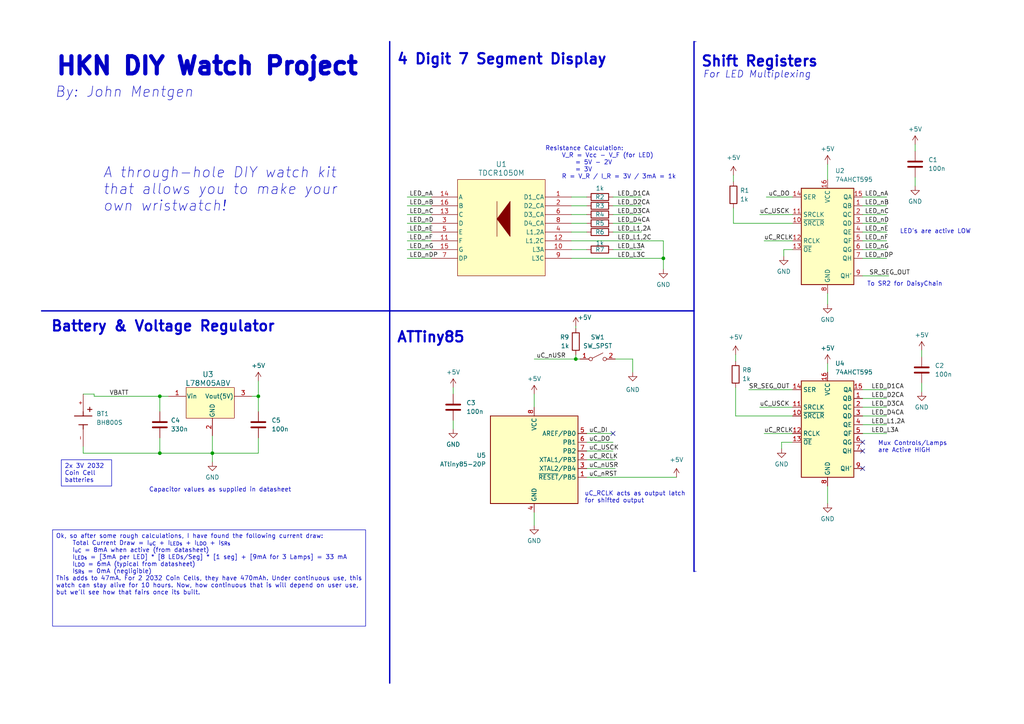
<source format=kicad_sch>
(kicad_sch (version 20230121) (generator eeschema)
  (paper "A4")
  (title_block (title "HKN DIY Watch Project") (date "2026-02-11") (rev "1.0") (company "HKN Beta Psi") (comment 1 "Engineer: John Mentgen"))
  (lib_symbols
    (symbol "74xx:74AHCT595"
      (property "Reference" "U" (at -7.62 13.97 0))
      (property "Value" "74AHCT595" (at -7.62 -16.51 0))
      (symbol "74AHCT595_1_0"
        (pin tri_state line (at 10.16 7.62 180) (length 2.54) (name "QB") (number "1"))
        (pin input line (at -10.16 2.54 0) (length 2.54) (name "~{SRCLR}") (number "10"))
        (pin input line (at -10.16 5.08 0) (length 2.54) (name "SRCLK") (number "11"))
        (pin input line (at -10.16 -2.54 0) (length 2.54) (name "RCLK") (number "12"))
        (pin input line (at -10.16 -5.08 0) (length 2.54) (name "~{OE}") (number "13"))
        (pin input line (at -10.16 10.16 0) (length 2.54) (name "SER") (number "14"))
        (pin tri_state line (at 10.16 10.16 180) (length 2.54) (name "QA") (number "15"))
        (pin power_in line (at 0 15.24 270) (length 2.54) (name "VCC") (number "16"))
        (pin tri_state line (at 10.16 5.08 180) (length 2.54) (name "QC") (number "2"))
        (pin tri_state line (at 10.16 2.54 180) (length 2.54) (name "QD") (number "3"))
        (pin tri_state line (at 10.16 0 180) (length 2.54) (name "QE") (number "4"))
        (pin tri_state line (at 10.16 -2.54 180) (length 2.54) (name "QF") (number "5"))
        (pin tri_state line (at 10.16 -5.08 180) (length 2.54) (name "QG") (number "6"))
        (pin tri_state line (at 10.16 -7.62 180) (length 2.54) (name "QH") (number "7"))
        (pin power_in line (at 0 -17.78 90) (length 2.54) (name "GND") (number "8"))
        (pin output line (at 10.16 -12.7 180) (length 2.54) (name "QH'") (number "9"))
      )
      (symbol "74AHCT595_1_1"
        (rectangle (start -7.62 12.7) (end 7.62 -15.24) (stroke (width 0.254)) (fill (type background)))
      )
    )
    (symbol "Device:BH800S" (pin_names (offset 1.016))
      (property "Reference" "BT" (at -3.81 3.81 0))
      (property "Value" "BH800S" (at -3.81 -5.08 0))
      (symbol "BH800S_0_0"
        (polyline (pts (xy -3.81 1.905) (xy -2.54 1.905)) (stroke (width 0.254)))
        (polyline (pts (xy -3.175 2.54) (xy -3.175 1.27)) (stroke (width 0.254)))
        (polyline (pts (xy -1.27 0) (xy -2.54 0)) (stroke (width 0.254)))
        (polyline (pts (xy -1.27 2.54) (xy -1.27 -2.54)) (stroke (width 0.254)))
        (polyline (pts (xy 1.27 0) (xy 2.54 0)) (stroke (width 0.254)))
        (polyline (pts (xy 1.27 1.27) (xy 1.27 -1.27)) (stroke (width 0.254)))
        (pin passive line (at -7.62 0 0) (length 5.08) (name "~") (number "+"))
        (pin passive line (at 7.62 0 180) (length 5.08) (name "~") (number "-"))
      )
    )
    (symbol "Device:C" (pin_numbers hide) (pin_names (offset 0.254))
      (property "Reference" "C" (at 0.635 2.54 0))
      (property "Value" "C" (at 0.635 -2.54 0))
      (symbol "C_0_1"
        (polyline (pts (xy -2.032 -0.762) (xy 2.032 -0.762)) (stroke (width 0.508)))
        (polyline (pts (xy -2.032 0.762) (xy 2.032 0.762)) (stroke (width 0.508)))
      )
      (symbol "C_1_1"
        (pin passive line (at 0 3.81 270) (length 2.794) (name "~") (number "1"))
        (pin passive line (at 0 -3.81 90) (length 2.794) (name "~") (number "2"))
      )
    )
    (symbol "Device:R" (pin_numbers hide) (pin_names (offset 0))
      (property "Reference" "R" (at 2.032 0 90))
      (property "Value" "R" (at 0 0 90))
      (symbol "R_0_1"
        (rectangle (start -1.016 -2.54) (end 1.016 2.54) (stroke (width 0.254)))
      )
      (symbol "R_1_1"
        (pin passive line (at 0 3.81 270) (length 1.27) (name "~") (number "1"))
        (pin passive line (at 0 -3.81 90) (length 1.27) (name "~") (number "2"))
      )
    )
    (symbol "Display_Character:TDCR1050M" (pin_names (offset 0.254))
      (property "Reference" "U?" (at 20.32 9.525 0))
      (property "Value" "TDCR1050M" (at 20.32 6.985 0))
      (symbol "TDCR1050M_0_1"
        (polyline (pts (xy 19.05 -11.43) (xy 19.05 -1.27)))
      )
      (symbol "TDCR1050M_1_1"
        (polyline (pts (xy 22.86 -1.27) (xy 22.86 -11.43) (xy 19.05 -6.35) (xy 22.86 -1.27)) (fill (type outline)))
        (rectangle (start 7.62 5.08) (end 33.02 -22.86) (fill (type background)))
        (pin passive line (at 40.64 0 180) (length 7.62) (name "D1_CA") (number "1"))
        (pin passive line (at 40.64 -15.24 180) (length 7.62) (name "L3A") (number "10"))
        (pin passive line (at 0 -12.7 0) (length 7.62) (name "F") (number "11"))
        (pin passive line (at 40.64 -12.7 180) (length 7.62) (name "L1,2C") (number "12"))
        (pin passive line (at 0 -5.08 0) (length 7.62) (name "C") (number "13"))
        (pin passive line (at 0 0 0) (length 7.62) (name "A") (number "14"))
        (pin passive line (at 0 -15.24 0) (length 7.62) (name "G") (number "15"))
        (pin passive line (at 0 -2.54 0) (length 7.62) (name "B") (number "16"))
        (pin passive line (at 40.64 -2.54 180) (length 7.62) (name "D2_CA") (number "2"))
        (pin passive line (at 0 -7.62 0) (length 7.62) (name "D") (number "3"))
        (pin passive line (at 40.64 -10.16 180) (length 7.62) (name "L1,2A") (number "4"))
        (pin passive line (at 0 -10.16 0) (length 7.62) (name "E") (number "5"))
        (pin passive line (at 40.64 -5.08 180) (length 7.62) (name "D3_CA") (number "6"))
        (pin passive line (at 0 -17.78 0) (length 7.62) (name "DP") (number "7"))
        (pin passive line (at 40.64 -7.62 180) (length 7.62) (name "D4_CA") (number "8"))
        (pin passive line (at 40.64 -17.78 180) (length 7.62) (name "L3C") (number "9"))
      )
    )
    (symbol "MCU_Microchip_ATtiny:ATtiny85-20P"
      (property "Reference" "U" (at -12.7 13.97 0))
      (property "Value" "ATtiny85-20P" (at 2.54 -13.97 0))
      (symbol "ATtiny85-20P_0_1"
        (rectangle (start -12.7 -12.7) (end 12.7 12.7) (stroke (width 0.254)) (fill (type background)))
      )
      (symbol "ATtiny85-20P_1_1"
        (pin bidirectional line (at 15.24 -5.08 180) (length 2.54) (name "~{RESET}/PB5") (number "1"))
        (pin bidirectional line (at 15.24 0 180) (length 2.54) (name "XTAL1/PB3") (number "2"))
        (pin bidirectional line (at 15.24 -2.54 180) (length 2.54) (name "XTAL2/PB4") (number "3"))
        (pin power_in line (at 0 -15.24 90) (length 2.54) (name "GND") (number "4"))
        (pin bidirectional line (at 15.24 7.62 180) (length 2.54) (name "AREF/PB0") (number "5"))
        (pin bidirectional line (at 15.24 5.08 180) (length 2.54) (name "PB1") (number "6"))
        (pin bidirectional line (at 15.24 2.54 180) (length 2.54) (name "PB2") (number "7"))
        (pin power_in line (at 0 15.24 270) (length 2.54) (name "VCC") (number "8"))
      )
    )
    (symbol "Regulator_Linear:L78M05ABV" (pin_names (offset 0.254))
      (property "Reference" "U" (at -1.27 6.35 0))
      (property "Value" "L78M05ABV" (at -1.27 3.81 0))
      (symbol "L78M05ABV_1_1"
        (rectangle (start -7.62 2.54) (end 6.35 -6.35) (fill (type background)))
        (pin input line (at -12.7 0 0) (length 5) (name "Vin") (number "1"))
        (pin power_out line (at 0 -11.43 90) (length 5) (name "GND") (number "2"))
        (pin power_out line (at 11.43 0 180) (length 5) (name "Vout(5V)") (number "3"))
      )
    )
    (symbol "Switch:SW_SPST" (pin_names (offset 0) hide)
      (property "Reference" "SW" (at 0 3.175 0))
      (property "Value" "SW_SPST" (at 0 -2.54 0))
      (symbol "SW_SPST_0_0"
        (circle (center -2.032 0) (radius 0.508))
        (polyline (pts (xy -1.524 0.254) (xy 1.524 1.778)))
        (circle (center 2.032 0) (radius 0.508))
      )
      (symbol "SW_SPST_1_1"
        (pin passive line (at -5.08 0 0) (length 2.54) (name "A") (number "1"))
        (pin passive line (at 5.08 0 180) (length 2.54) (name "B") (number "2"))
      )
    )
    (symbol "power:+5V" (power) (pin_names (offset 0))
      (property "Value" "+5V" (at 0 3.556 0))
      (symbol "+5V_0_1"
        (polyline (pts (xy -0.762 1.27) (xy 0 2.54)))
        (polyline (pts (xy 0 0) (xy 0 2.54)))
        (polyline (pts (xy 0 2.54) (xy 0.762 1.27)))
      )
      (symbol "+5V_1_1"
        (pin power_in line (at 0 0 90) (length 0) hide (name "+5V") (number "1"))
      )
    )
    (symbol "power:GND" (power) (pin_names (offset 0))
      (property "Value" "GND" (at 0 -3.81 0))
      (symbol "GND_0_1"
        (polyline (pts (xy 0 0) (xy 0 -1.27) (xy 1.27 -1.27) (xy 0 -2.54) (xy -1.27 -1.27) (xy 0 -1.27)))
      )
      (symbol "GND_1_1"
        (pin power_in line (at 0 0 270) (length 0) hide (name "GND") (number "1"))
      )
    )
  )
  (junction (at 61.595 131.445))
  (junction (at 74.93 114.935))
  (junction (at 46.355 114.935))
  (junction (at 46.355 131.445))
  (junction (at 192.405 74.93))
  (junction (at 167.005 104.14))
  (no_connect (at 177.8 125.73))
  (no_connect (at 250.19 135.89))
  (no_connect (at 250.19 130.81))
  (no_connect (at 250.19 128.27))
  (wire (pts (xy 74.93 114.935) (xy 74.93 119.38)))
  (wire (pts (xy 250.19 57.15) (xy 257.175 57.15)))
  (polyline (pts (xy 201.295 165.735) (xy 201.93 165.735)))
  (wire (pts (xy 177.8 72.39) (xy 186.055 72.39)))
  (wire (pts (xy 265.43 53.975) (xy 265.43 51.435)))
  (polyline (pts (xy 201.295 90.17) (xy 201.295 12.065)) (stroke (width 0.4) (type solid)))
  (wire (pts (xy 240.03 85.09) (xy 240.03 88.265)))
  (wire (pts (xy 250.19 62.23) (xy 257.175 62.23)))
  (wire (pts (xy 192.405 78.105) (xy 192.405 74.93)))
  (wire (pts (xy 46.355 127) (xy 46.355 131.445)))
  (wire (pts (xy 118.11 67.31) (xy 125.095 67.31)))
  (wire (pts (xy 178.435 104.14) (xy 183.515 104.14)))
  (wire (pts (xy 229.87 64.77) (xy 212.725 64.77)))
  (wire (pts (xy 170.18 125.73) (xy 177.8 125.73)))
  (wire (pts (xy 170.18 135.89) (xy 178.435 135.89)))
  (wire (pts (xy 165.735 57.15) (xy 170.18 57.15)))
  (wire (pts (xy 250.19 125.73) (xy 257.175 125.73)))
  (wire (pts (xy 154.94 148.59) (xy 154.94 152.4)))
  (wire (pts (xy 154.94 114.3) (xy 154.94 118.11)))
  (wire (pts (xy 250.19 120.65) (xy 257.175 120.65)))
  (wire (pts (xy 226.695 128.27) (xy 226.695 130.175)))
  (wire (pts (xy 250.19 67.31) (xy 257.175 67.31)))
  (wire (pts (xy 250.19 74.93) (xy 257.175 74.93)))
  (polyline (pts (xy 113.03 12.065) (xy 113.03 90.17)) (stroke (width 0.4) (type solid)))
  (wire (pts (xy 220.345 118.11) (xy 229.87 118.11)))
  (wire (pts (xy 240.03 140.97) (xy 240.03 146.05)))
  (wire (pts (xy 250.19 72.39) (xy 257.175 72.39)))
  (wire (pts (xy 213.36 102.87) (xy 213.36 104.775)))
  (wire (pts (xy 131.445 124.46) (xy 131.445 121.92)))
  (polyline (pts (xy 201.295 90.17) (xy 201.295 165.735)) (stroke (width 0.4) (type solid)))
  (wire (pts (xy 74.93 131.445) (xy 74.93 127)))
  (wire (pts (xy 229.87 128.27) (xy 226.695 128.27)))
  (wire (pts (xy 167.005 104.14) (xy 168.275 104.14)))
  (wire (pts (xy 165.735 67.31) (xy 170.18 67.31)))
  (wire (pts (xy 118.11 74.93) (xy 125.095 74.93)))
  (wire (pts (xy 250.19 59.69) (xy 257.175 59.69)))
  (wire (pts (xy 118.11 72.39) (xy 125.095 72.39)))
  (wire (pts (xy 267.335 113.665) (xy 267.335 111.125)))
  (wire (pts (xy 250.19 118.11) (xy 257.175 118.11)))
  (wire (pts (xy 61.595 126.365) (xy 61.595 131.445)))
  (wire (pts (xy 192.405 74.93) (xy 192.405 69.85)))
  (wire (pts (xy 250.19 115.57) (xy 257.175 115.57)))
  (polyline (pts (xy 12.065 90.17) (xy 201.295 90.17)) (stroke (width 0.4) (type solid)))
  (wire (pts (xy 267.335 101.6) (xy 267.335 103.505)))
  (wire (pts (xy 177.8 57.15) (xy 186.055 57.15)))
  (wire (pts (xy 24.13 114.3) (xy 27.305 114.3)))
  (polyline (pts (xy 201.295 12.065) (xy 201.93 12.065)))
  (wire (pts (xy 265.43 41.91) (xy 265.43 43.815)))
  (wire (pts (xy 170.18 138.43) (xy 196.215 138.43)))
  (wire (pts (xy 177.8 64.77) (xy 186.055 64.77)))
  (wire (pts (xy 212.725 50.8) (xy 212.725 52.705)))
  (wire (pts (xy 167.005 94.615) (xy 167.005 95.25)))
  (wire (pts (xy 177.8 62.23) (xy 186.055 62.23)))
  (wire (pts (xy 250.19 80.01) (xy 257.81 80.01)))
  (wire (pts (xy 61.595 131.445) (xy 74.93 131.445)))
  (wire (pts (xy 213.36 112.395) (xy 213.36 120.65)))
  (wire (pts (xy 118.11 59.69) (xy 125.095 59.69)))
  (wire (pts (xy 165.735 69.85) (xy 192.405 69.85)))
  (wire (pts (xy 27.305 114.935) (xy 27.305 114.3)))
  (wire (pts (xy 222.25 57.15) (xy 229.87 57.15)))
  (wire (pts (xy 73.025 114.935) (xy 74.93 114.935)))
  (wire (pts (xy 131.445 112.395) (xy 131.445 114.3)))
  (wire (pts (xy 24.13 131.445) (xy 46.355 131.445)))
  (wire (pts (xy 118.11 57.15) (xy 125.095 57.15)))
  (wire (pts (xy 27.305 114.935) (xy 46.355 114.935)))
  (wire (pts (xy 46.355 131.445) (xy 61.595 131.445)))
  (wire (pts (xy 118.11 64.77) (xy 125.095 64.77)))
  (wire (pts (xy 240.03 105.41) (xy 240.03 107.95)))
  (wire (pts (xy 250.19 64.77) (xy 257.175 64.77)))
  (wire (pts (xy 212.725 60.325) (xy 212.725 64.77)))
  (wire (pts (xy 165.735 64.77) (xy 170.18 64.77)))
  (wire (pts (xy 167.005 102.87) (xy 167.005 104.14)))
  (wire (pts (xy 46.355 114.935) (xy 48.895 114.935)))
  (wire (pts (xy 250.19 69.85) (xy 257.175 69.85)))
  (wire (pts (xy 250.19 113.03) (xy 257.175 113.03)))
  (wire (pts (xy 221.615 125.73) (xy 229.87 125.73)))
  (wire (pts (xy 118.11 62.23) (xy 125.095 62.23)))
  (wire (pts (xy 165.735 62.23) (xy 170.18 62.23)))
  (wire (pts (xy 46.355 114.935) (xy 46.355 119.38)))
  (wire (pts (xy 221.615 69.85) (xy 229.87 69.85)))
  (wire (pts (xy 61.595 131.445) (xy 61.595 133.985)))
  (wire (pts (xy 74.93 110.49) (xy 74.93 114.935)))
  (wire (pts (xy 213.36 120.65) (xy 229.87 120.65)))
  (wire (pts (xy 118.11 69.85) (xy 125.095 69.85)))
  (wire (pts (xy 170.18 128.27) (xy 177.8 128.27)))
  (wire (pts (xy 170.18 130.81) (xy 177.8 130.81)))
  (wire (pts (xy 165.735 72.39) (xy 170.18 72.39)))
  (wire (pts (xy 165.735 59.69) (xy 170.18 59.69)))
  (wire (pts (xy 154.94 104.14) (xy 167.005 104.14)))
  (wire (pts (xy 165.735 74.93) (xy 192.405 74.93)))
  (wire (pts (xy 24.13 131.445) (xy 24.13 129.54)))
  (wire (pts (xy 227.33 72.39) (xy 227.33 74.295)))
  (wire (pts (xy 229.87 72.39) (xy 227.33 72.39)))
  (polyline (pts (xy 113.03 90.17) (xy 113.03 198.12)) (stroke (width 0.4) (type solid)))
  (wire (pts (xy 217.17 113.03) (xy 229.87 113.03)))
  (wire (pts (xy 220.345 62.23) (xy 229.87 62.23)))
  (wire (pts (xy 240.03 47.625) (xy 240.03 52.07)))
  (wire (pts (xy 177.8 67.31) (xy 186.055 67.31)))
  (wire (pts (xy 183.515 104.14) (xy 183.515 107.95)))
  (wire (pts (xy 177.8 59.69) (xy 186.055 59.69)))
  (wire (pts (xy 170.18 133.35) (xy 178.435 133.35)))
  (wire (pts (xy 250.19 123.19) (xy 257.175 123.19)))
  (text_box "Ok, so after some rough calculations, I have found the following current draw:\n	Total Current Draw = I_{uC} + I_{LEDs} + I_{LDO} + I_{SRs}\n	I_{uC} = 8mA when active (from datasheet)\n	I_{LEDs} = [3mA per LED] * [8 LEDs/Seg] * [1 seg] + [9mA for 3 Lamps] = 33 mA\n	I_{LDO} = 6mA (typical from datasheet)\n	I_{SRs} = 0mA (negligible)\nThis adds to 47mA. For 2 2032 Coin Cells, they have 470mAh. Under continuous use, this watch can stay alive for 10 hours. Now, how continuous that is will depend on user use, but we'll see how that fairs once its built." (at 15.24 153.67 0) (size 90.805 27.94) (effects (font (size 1.27 1.27)) (justify left top)))
  (text_box "2x 3V 2032 Coin Cell batteries" (at 17.78 133.35 0) (size 14.605 7.62) (effects (font (size 1.27 1.27)) (justify left top)))
  (text "uC_RCLK acts as output latch\nfor shifted output" (at 169.545 146.05 0) (effects (font (size 1.27 1.27)) (justify left bottom)))
  (text "Battery & Voltage Regulator" (at 14.605 96.52 0) (effects (font (size 3 3) (thickness 0.6) bold) (justify left bottom)))
  (text "Shift Registers" (at 203.2 19.685 0) (effects (font (size 3 3) (thickness 0.6) bold) (justify left bottom)))
  (text "LED's are active LOW" (at 260.985 67.945 0) (effects (font (size 1.27 1.27)) (justify left bottom)))
  (text "For LED Multiplexing" (at 203.835 22.86 0) (effects (font (size 2 2) italic) (justify left bottom)))
  (text "A through-hole DIY watch kit\nthat allows you to make your\nown wristwatch!" (at 29.845 61.595 0) (effects (font (size 3 3) italic) (justify left bottom)))
  (text "Mux Controls/Lamps\nare Active HIGH" (at 254.635 131.445 0) (effects (font (size 1.27 1.27)) (justify left bottom)))
  (text "Resistance Calculation:\n	V_R = Vcc - V_F (for LED)\n	    = 5V - 2V\n	    = 3V\n	R = V_R / I_R = 3V / 3mA = 1k" (at 158.115 52.07 0) (effects (font (size 1.27 1.27)) (justify left bottom)))
  (text "To SR2 for DaisyChain" (at 251.46 83.185 0) (effects (font (size 1.27 1.27)) (justify left bottom)))
  (text "HKN DIY Watch Project" (at 15.875 22.225 0) (effects (font (size 5 5) (thickness 1.2) bold) (justify left bottom)))
  (text "By: John Mentgen" (at 15.875 28.575 0) (effects (font (size 3 3) italic) (justify left bottom)))
  (text "ATTiny85" (at 114.935 99.695 0) (effects (font (size 3 3) (thickness 0.6) bold) (justify left bottom)))
  (text "4 Digit 7 Segment Display" (at 114.935 19.05 0) (effects (font (size 3 3) (thickness 0.6) bold) (justify left bottom)))
  (text "Capacitor values as supplied in datasheet" (at 43.18 142.875 0) (effects (font (size 1.27 1.27)) (justify left bottom)))
  (label "LED_D3CA" (at 252.73 118.11 0))
  (label "uC_DI" (at 170.815 125.73 0))
  (label "LED_nE" (at 250.825 67.31 0))
  (label "LED_nG" (at 118.745 72.39 0))
  (label "uC_USCK" (at 220.345 62.23 0))
  (label "LED_D1CA" (at 252.73 113.03 0))
  (label "LED_nE" (at 118.745 67.31 0))
  (label "LED_nD" (at 118.745 64.77 0))
  (label "LED_L3A" (at 252.73 125.73 0))
  (label "LED_D3CA" (at 179.07 62.23 0))
  (label "LED_L3C" (at 179.07 74.93 0))
  (label "LED_nDP" (at 250.825 74.93 0))
  (label "uC_DO" (at 170.815 128.27 0))
  (label "uC_nUSR" (at 155.575 104.14 0))
  (label "uC_DO" (at 222.885 57.15 0))
  (label "uC_USCK" (at 170.815 130.81 0))
  (label "LED_D4CA" (at 252.73 120.65 0))
  (label "uC_nUSR" (at 170.815 135.89 0))
  (label "LED_L1,2A" (at 252.73 123.19 0))
  (label "LED_nB" (at 118.745 59.69 0))
  (label "LED_nG" (at 250.825 72.39 0))
  (label "LED_nC" (at 250.825 62.23 0))
  (label "uC_RCLK" (at 221.615 125.73 0))
  (label "LED_nF" (at 118.745 69.85 0))
  (label "LED_nDP" (at 118.745 74.93 0))
  (label "LED_L1,2A" (at 179.07 67.31 0))
  (label "LED_D4CA" (at 179.07 64.77 0))
  (label "uC_USCK" (at 220.345 118.11 0))
  (label "uC_RCLK" (at 170.815 133.35 0))
  (label "LED_L3A" (at 179.07 72.39 0))
  (label "SR_SEG_OUT" (at 217.17 113.03 0))
  (label "LED_nA" (at 118.745 57.15 0))
  (label "LED_D2CA" (at 252.73 115.57 0))
  (label "LED_nB" (at 250.825 59.69 0))
  (label "LED_nF" (at 250.825 69.85 0))
  (label "LED_nD" (at 250.825 64.77 0))
  (label "uC_nRST" (at 170.815 138.43 0))
  (label "LED_D2CA" (at 179.07 59.69 0))
  (label "LED_nC" (at 118.745 62.23 0))
  (label "LED_D1CA" (at 179.07 57.15 0))
  (label "VBATT" (at 31.75 114.935 0))
  (label "LED_L1,2C" (at 179.07 69.85 0))
  (label "uC_RCLK" (at 221.615 69.85 0))
  (label "LED_nA" (at 250.825 57.15 0))
  (label "SR_SEG_OUT" (at 252.095 80.01 0))
  (symbol (lib_id "Device:C") (at 74.93 123.19 0) (unit 1)
    (property "Reference" "C5" (at 78.74 121.92 0) (effects (justify left)))
    (property "Value" "100n" (at 78.74 124.46 0) (effects (justify left)))
    (property "Footprint" "Capacitor_THT:C_Rect_L4.0mm_W2.5mm_P2.50mm" (effects hide))
  )
  (symbol (lib_id "power:GND") (at 240.03 146.05 0) (unit 1)
    (property "Reference" "#PWR03" (effects hide))
    (property "Value" "GND" (at 240.03 150.495 0))
  )
  (symbol (lib_id "power:GND") (at 226.695 130.175 0) (unit 1)
    (property "Reference" "#PWR017" (effects hide))
    (property "Value" "GND" (at 226.695 134.62 0))
  )
  (symbol (lib_id "74xx:74AHCT595") (at 240.03 67.31 0) (unit 1)
    (property "Reference" "U2" (at 242.2241 49.53 0) (effects (justify left)))
    (property "Value" "74AHCT595" (at 242.2241 52.07 0) (effects (justify left)))
    (property "Footprint" "Package_DIP:DIP-16_W7.62mm" (effects hide))
    (property "Datasheet" "https://assets.nexperia.com/documents/data-sheet/74AHC_AHCT595.pdf" (effects hide))
  )
  (symbol (lib_id "power:GND") (at 267.335 113.665 0) (unit 1)
    (property "Reference" "#PWR013" (effects hide))
    (property "Value" "GND" (at 267.335 118.11 0))
  )
  (symbol (lib_id "power:+5V") (at 154.94 114.3 0) (unit 1)
    (property "Reference" "#PWR05" (effects hide))
    (property "Value" "+5V" (at 154.94 109.855 0))
  )
  (symbol (lib_id "Switch:SW_SPST") (at 173.355 104.14 0) (unit 1)
    (property "Reference" "SW1" (at 173.355 97.79 0))
    (property "Value" "SW_SPST" (at 173.355 100.33 0))
    (property "Footprint" "Button_Switch_THT:SW_PUSH_6mm" (effects hide))
  )
  (symbol (lib_id "power:+5V") (at 167.005 94.615 0) (unit 1)
    (property "Reference" "#PWR022" (effects hide))
    (property "Value" "+5V" (at 169.545 92.075 0))
  )
  (symbol (lib_id "Device:R") (at 167.005 99.06 0) (mirror y) (unit 1)
    (property "Reference" "R9" (at 165.1 97.79 0) (effects (justify left)))
    (property "Value" "1k" (at 165.1 100.33 0) (effects (justify left)))
    (property "Footprint" "Resistor_THT:R_Axial_DIN0207_L6.3mm_D2.5mm_P10.16mm_Horizontal" (effects hide))
  )
  (symbol (lib_id "Device:C") (at 46.355 123.19 0) (unit 1)
    (property "Reference" "C4" (at 49.53 121.92 0) (effects (justify left)))
    (property "Value" "330n" (at 49.53 124.46 0) (effects (justify left)))
    (property "Footprint" "Capacitor_THT:C_Radial_D6.3mm_H7.0mm_P2.50mm" (effects hide))
  )
  (symbol (lib_id "power:GND") (at 154.94 152.4 0) (unit 1)
    (property "Reference" "#PWR01" (effects hide))
    (property "Value" "GND" (at 154.94 156.845 0))
  )
  (symbol (lib_id "power:GND") (at 240.03 88.265 0) (unit 1)
    (property "Reference" "#PWR02" (effects hide))
    (property "Value" "GND" (at 240.03 92.71 0))
  )
  (symbol (lib_id "Device:C") (at 267.335 107.315 0) (unit 1)
    (property "Reference" "C2" (at 271.145 106.045 0) (effects (justify left)))
    (property "Value" "100n" (at 271.145 108.585 0) (effects (justify left)))
    (property "Footprint" "Capacitor_THT:C_Rect_L4.0mm_W2.5mm_P2.50mm" (effects hide))
  )
  (symbol (lib_id "power:GND") (at 61.595 133.985 0) (unit 1)
    (property "Reference" "#PWR06" (effects hide))
    (property "Value" "GND" (at 61.595 138.43 0))
  )
  (symbol (lib_id "power:+5V") (at 212.725 50.8 0) (unit 1)
    (property "Reference" "#PWR019" (effects hide))
    (property "Value" "+5V" (at 212.725 45.72 0))
  )
  (symbol (lib_id "power:GND") (at 131.445 124.46 0) (unit 1)
    (property "Reference" "#PWR09" (effects hide))
    (property "Value" "GND" (at 131.445 128.905 0))
  )
  (symbol (lib_id "power:+5V") (at 267.335 101.6 0) (unit 1)
    (property "Reference" "#PWR012" (effects hide))
    (property "Value" "+5V" (at 267.335 97.155 0))
  )
  (symbol (lib_id "Device:C") (at 131.445 118.11 0) (unit 1)
    (property "Reference" "C3" (at 135.255 116.84 0) (effects (justify left)))
    (property "Value" "100n" (at 135.255 119.38 0) (effects (justify left)))
    (property "Footprint" "Capacitor_THT:C_Rect_L4.0mm_W2.5mm_P2.50mm" (effects hide))
  )
  (symbol (lib_id "MCU_Microchip_ATtiny:ATtiny85-20P") (at 154.94 133.35 0) (unit 1)
    (property "Reference" "U5" (at 140.97 132.08 0) (effects (justify right)))
    (property "Value" "ATtiny85-20P" (at 140.97 134.62 0) (effects (justify right)))
    (property "Footprint" "Package_DIP:DIP-8_W7.62mm" (effects hide))
    (property "Datasheet" "http://ww1.microchip.com/downloads/en/DeviceDoc/atmel-2586-avr-8-bit-microcontroller-attiny25-attiny45-attiny85_datasheet.pdf" (effects hide))
  )
  (symbol (lib_id "Regulator_Linear:L78M05ABV") (at 61.595 114.935 0) (unit 1)
    (property "Reference" "U3" (at 60.325 108.585 0) (effects (font (size 1.524 1.524))))
    (property "Value" "L78M05ABV" (at 60.325 111.125 0) (effects (font (size 1.524 1.524))))
    (property "Footprint" "3rd Party Footprints:TO-220_STM" (effects hide))
    (property "Datasheet" "https://www.st.com/resource/en/datasheet/l78m.pdf" (effects hide))
  )
  (symbol (lib_id "Device:R") (at 173.99 67.31 90) (unit 1)
    (property "Reference" "R6" (at 173.99 67.31 90))
    (property "Value" "1k" (effects hide))
    (property "Footprint" "Resistor_THT:R_Axial_DIN0207_L6.3mm_D2.5mm_P10.16mm_Horizontal" (effects hide))
  )
  (symbol (lib_id "power:GND") (at 265.43 53.975 0) (unit 1)
    (property "Reference" "#PWR011" (effects hide))
    (property "Value" "GND" (at 265.43 58.42 0))
  )
  (symbol (lib_id "74xx:74AHCT595") (at 240.03 123.19 0) (unit 1)
    (property "Reference" "U4" (at 242.2241 105.41 0) (effects (justify left)))
    (property "Value" "74AHCT595" (at 242.2241 107.95 0) (effects (justify left)))
    (property "Footprint" "Package_DIP:DIP-16_W7.62mm" (effects hide))
    (property "Datasheet" "https://assets.nexperia.com/documents/data-sheet/74AHC_AHCT595.pdf" (effects hide))
  )
  (symbol (lib_id "power:GND") (at 192.405 78.105 0) (unit 1)
    (property "Reference" "#PWR04" (effects hide))
    (property "Value" "GND" (at 192.405 82.55 0))
  )
  (symbol (lib_id "Device:R") (at 173.99 57.15 90) (unit 1)
    (property "Reference" "R2" (at 173.99 57.15 90))
    (property "Value" "1k" (at 173.99 54.61 90))
    (property "Footprint" "Resistor_THT:R_Axial_DIN0207_L6.3mm_D2.5mm_P10.16mm_Horizontal" (effects hide))
  )
  (symbol (lib_id "power:+5V") (at 213.36 102.87 0) (unit 1)
    (property "Reference" "#PWR018" (effects hide))
    (property "Value" "+5V" (at 213.36 97.79 0))
  )
  (symbol (lib_id "Device:R") (at 173.99 59.69 90) (unit 1)
    (property "Reference" "R3" (at 173.99 59.69 90))
    (property "Value" "1k" (effects hide))
    (property "Footprint" "Resistor_THT:R_Axial_DIN0207_L6.3mm_D2.5mm_P10.16mm_Horizontal" (effects hide))
  )
  (symbol (lib_id "Device:R") (at 173.99 64.77 90) (unit 1)
    (property "Reference" "R5" (at 173.99 64.77 90))
    (property "Value" "1k" (effects hide))
    (property "Footprint" "Resistor_THT:R_Axial_DIN0207_L6.3mm_D2.5mm_P10.16mm_Horizontal" (effects hide))
  )
  (symbol (lib_id "Device:R") (at 212.725 56.515 0) (unit 1)
    (property "Reference" "R1" (at 214.63 55.245 0) (effects (justify left)))
    (property "Value" "1k" (at 214.63 57.785 0) (effects (justify left)))
    (property "Footprint" "Resistor_THT:R_Axial_DIN0207_L6.3mm_D2.5mm_P10.16mm_Horizontal" (effects hide))
  )
  (symbol (lib_id "power:+5V") (at 196.215 138.43 0) (unit 1)
    (property "Reference" "#PWR020" (effects hide))
    (property "Value" "+5V" (at 196.215 133.35 0))
  )
  (symbol (lib_id "power:GND") (at 183.515 107.95 0) (unit 1)
    (property "Reference" "#PWR021" (effects hide))
    (property "Value" "GND" (at 183.515 113.03 0))
  )
  (symbol (lib_id "Device:R") (at 173.99 62.23 90) (unit 1)
    (property "Reference" "R4" (at 173.99 62.23 90))
    (property "Value" "1k" (effects hide))
    (property "Footprint" "Resistor_THT:R_Axial_DIN0207_L6.3mm_D2.5mm_P10.16mm_Horizontal" (effects hide))
  )
  (symbol (lib_id "power:GND") (at 227.33 74.295 0) (unit 1)
    (property "Reference" "#PWR016" (effects hide))
    (property "Value" "GND" (at 227.33 78.74 0))
  )
  (symbol (lib_id "power:+5V") (at 240.03 47.625 0) (unit 1)
    (property "Reference" "#PWR015" (effects hide))
    (property "Value" "+5V" (at 240.03 43.18 0))
  )
  (symbol (lib_id "power:+5V") (at 131.445 112.395 0) (unit 1)
    (property "Reference" "#PWR08" (effects hide))
    (property "Value" "+5V" (at 131.445 107.95 0))
  )
  (symbol (lib_id "power:+5V") (at 74.93 110.49 0) (unit 1)
    (property "Reference" "#PWR07" (effects hide))
    (property "Value" "+5V" (at 74.93 106.045 0))
  )
  (symbol (lib_id "Device:C") (at 265.43 47.625 0) (unit 1)
    (property "Reference" "C1" (at 269.24 46.355 0) (effects (justify left)))
    (property "Value" "100n" (at 269.24 48.895 0) (effects (justify left)))
    (property "Footprint" "Capacitor_THT:C_Rect_L4.0mm_W2.5mm_P2.50mm" (effects hide))
  )
  (symbol (lib_id "Display_Character:TDCR1050M") (at 125.095 57.15 0) (unit 1)
    (property "Reference" "U1" (at 145.415 47.625 0) (effects (font (size 1.524 1.524))))
    (property "Value" "TDCR1050M" (at 145.415 50.165 0) (effects (font (size 1.524 1.524))))
    (property "Footprint" "Display_7Segment:TDCG1060M_VIS" (effects hide))
    (property "Datasheet" "https://www.vishay.com/doc?83180" (effects hide))
  )
  (symbol (lib_id "power:+5V") (at 265.43 41.91 0) (unit 1)
    (property "Reference" "#PWR010" (effects hide))
    (property "Value" "+5V" (at 265.43 37.465 0))
  )
  (symbol (lib_id "Device:R") (at 213.36 108.585 0) (unit 1)
    (property "Reference" "R8" (at 215.265 107.315 0) (effects (justify left)))
    (property "Value" "1k" (at 215.265 109.855 0) (effects (justify left)))
    (property "Footprint" "Resistor_THT:R_Axial_DIN0207_L6.3mm_D2.5mm_P10.16mm_Horizontal" (effects hide))
  )
  (symbol (lib_id "power:+5V") (at 240.03 105.41 0) (unit 1)
    (property "Reference" "#PWR014" (effects hide))
    (property "Value" "+5V" (at 240.03 100.965 0))
  )
  (symbol (lib_id "Device:R") (at 173.99 72.39 90) (unit 1)
    (property "Reference" "R7" (at 173.99 72.39 90))
    (property "Value" "1k" (at 173.99 70.485 90))
    (property "Footprint" "Resistor_THT:R_Axial_DIN0207_L6.3mm_D2.5mm_P10.16mm_Horizontal" (effects hide))
  )
  (symbol (lib_id "Device:BH800S") (at 24.13 121.92 270) (unit 1)
    (property "Reference" "BT1" (at 27.94 120.015 90) (effects (justify left)))
    (property "Value" "BH800S" (at 27.94 122.555 90) (effects (justify left)))
    (property "Footprint" "3rd Party Footprints:BAT_BH800S" (effects hide))
    (property "PARTREV" "F" (effects hide))
    (property "STANDARD" "Manufacturer Recommendations" (effects hide))
    (property "MAXIMUM_PACKAGE_HEIGHT" "11.42mm" (effects hide))
    (property "MANUFACTURER" "MPD" (effects hide))
  )
)
</source>
